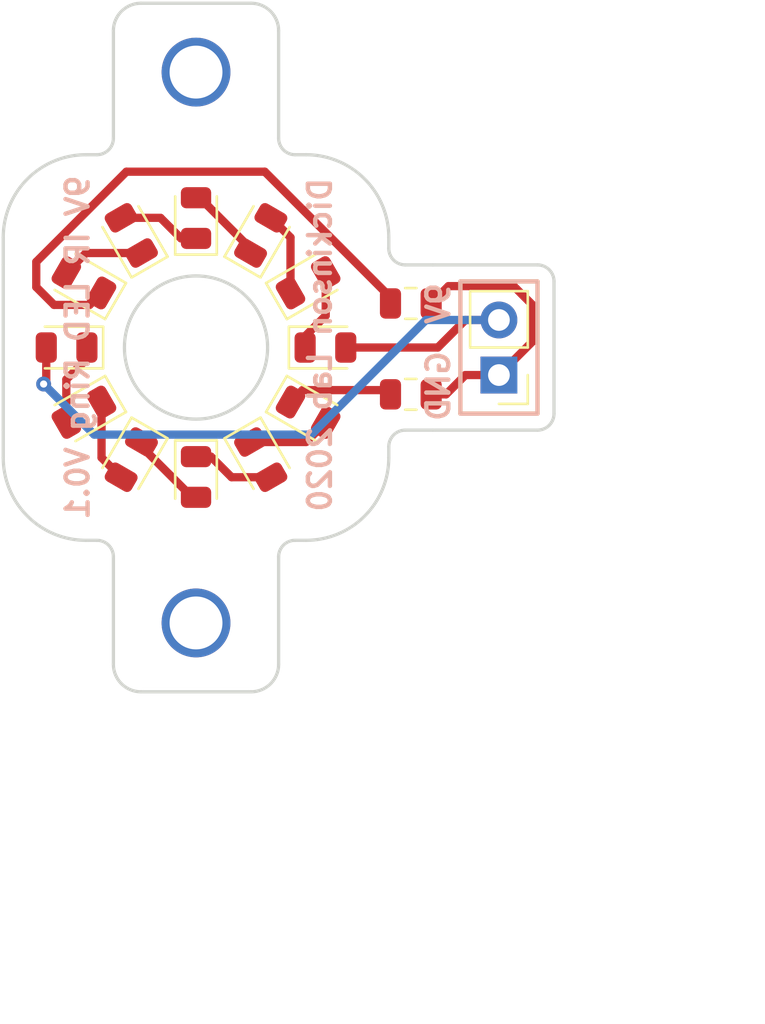
<source format=kicad_pcb>
(kicad_pcb (version 20171130) (host pcbnew 5.1.7-a382d34a8~87~ubuntu18.04.1)

  (general
    (thickness 1.6)
    (drawings 51)
    (tracks 55)
    (zones 0)
    (modules 17)
    (nets 15)
  )

  (page A4)
  (layers
    (0 F.Cu signal)
    (31 B.Cu signal)
    (32 B.Adhes user)
    (33 F.Adhes user)
    (34 B.Paste user)
    (35 F.Paste user)
    (36 B.SilkS user)
    (37 F.SilkS user)
    (38 B.Mask user)
    (39 F.Mask user)
    (40 Dwgs.User user)
    (41 Cmts.User user)
    (42 Eco1.User user)
    (43 Eco2.User user)
    (44 Edge.Cuts user)
    (45 Margin user)
    (46 B.CrtYd user)
    (47 F.CrtYd user)
    (48 B.Fab user)
    (49 F.Fab user)
  )

  (setup
    (last_trace_width 0.381)
    (trace_clearance 0.508)
    (zone_clearance 0.508)
    (zone_45_only no)
    (trace_min 0.1524)
    (via_size 0.6858)
    (via_drill 0.3302)
    (via_min_size 0.6858)
    (via_min_drill 0.3302)
    (uvia_size 0.6858)
    (uvia_drill 0.3302)
    (uvias_allowed no)
    (uvia_min_size 0)
    (uvia_min_drill 0)
    (edge_width 0.15)
    (segment_width 0.2)
    (pcb_text_width 0.3)
    (pcb_text_size 1.5 1.5)
    (mod_edge_width 0.15)
    (mod_text_size 1 1)
    (mod_text_width 0.15)
    (pad_size 1.524 1.524)
    (pad_drill 0.762)
    (pad_to_mask_clearance 0.2)
    (solder_mask_min_width 0.25)
    (aux_axis_origin 0 0)
    (visible_elements FFFFFF7F)
    (pcbplotparams
      (layerselection 0x010fc_ffffffff)
      (usegerberextensions false)
      (usegerberattributes false)
      (usegerberadvancedattributes false)
      (creategerberjobfile false)
      (excludeedgelayer true)
      (linewidth 0.100000)
      (plotframeref false)
      (viasonmask false)
      (mode 1)
      (useauxorigin false)
      (hpglpennumber 1)
      (hpglpenspeed 20)
      (hpglpendiameter 15.000000)
      (psnegative false)
      (psa4output false)
      (plotreference true)
      (plotvalue true)
      (plotinvisibletext false)
      (padsonsilk false)
      (subtractmaskfromsilk false)
      (outputformat 1)
      (mirror false)
      (drillshape 0)
      (scaleselection 1)
      (outputdirectory "gerber_v0p1/"))
  )

  (net 0 "")
  (net 1 "Net-(D1-Pad1)")
  (net 2 "Net-(D1-Pad2)")
  (net 3 "Net-(D2-Pad1)")
  (net 4 "Net-(D3-Pad1)")
  (net 5 "Net-(D4-Pad1)")
  (net 6 "Net-(D5-Pad1)")
  (net 7 "Net-(D6-Pad1)")
  (net 8 "Net-(D7-Pad1)")
  (net 9 "Net-(D8-Pad1)")
  (net 10 "Net-(D10-Pad2)")
  (net 11 "Net-(D10-Pad1)")
  (net 12 "Net-(D11-Pad1)")
  (net 13 GND)
  (net 14 "Net-(D12-Pad1)")

  (net_class Default "This is the default net class."
    (clearance 0.508)
    (trace_width 0.381)
    (via_dia 0.6858)
    (via_drill 0.3302)
    (uvia_dia 0.6858)
    (uvia_drill 0.3302)
    (add_net GND)
    (add_net "Net-(D1-Pad1)")
    (add_net "Net-(D1-Pad2)")
    (add_net "Net-(D10-Pad1)")
    (add_net "Net-(D10-Pad2)")
    (add_net "Net-(D11-Pad1)")
    (add_net "Net-(D12-Pad1)")
    (add_net "Net-(D2-Pad1)")
    (add_net "Net-(D3-Pad1)")
    (add_net "Net-(D4-Pad1)")
    (add_net "Net-(D5-Pad1)")
    (add_net "Net-(D6-Pad1)")
    (add_net "Net-(D7-Pad1)")
    (add_net "Net-(D8-Pad1)")
  )

  (module Pin_Headers:Pin_Header_Straight_1x02_Pitch2.54mm (layer F.Cu) (tedit 5F90C044) (tstamp 5B08B2F7)
    (at 64.77 52.07 180)
    (descr "Through hole straight pin header, 1x02, 2.54mm pitch, single row")
    (tags "Through hole pin header THT 1x02 2.54mm single row")
    (path /5B08A20D)
    (fp_text reference J1 (at 2.794 1.27 180) (layer F.SilkS) hide
      (effects (font (size 1 1) (thickness 0.15)))
    )
    (fp_text value Conn_01x02 (at 0 4.87 180) (layer F.Fab) hide
      (effects (font (size 1 1) (thickness 0.15)))
    )
    (fp_line (start 1.8 -1.8) (end -1.8 -1.8) (layer F.CrtYd) (width 0.05))
    (fp_line (start 1.8 4.35) (end 1.8 -1.8) (layer F.CrtYd) (width 0.05))
    (fp_line (start -1.8 4.35) (end 1.8 4.35) (layer F.CrtYd) (width 0.05))
    (fp_line (start -1.8 -1.8) (end -1.8 4.35) (layer F.CrtYd) (width 0.05))
    (fp_line (start -1.33 -1.33) (end 0 -1.33) (layer F.SilkS) (width 0.12))
    (fp_line (start -1.33 0) (end -1.33 -1.33) (layer F.SilkS) (width 0.12))
    (fp_line (start -1.33 1.27) (end 1.33 1.27) (layer F.SilkS) (width 0.12))
    (fp_line (start 1.33 1.27) (end 1.33 3.87) (layer F.SilkS) (width 0.12))
    (fp_line (start -1.33 1.27) (end -1.33 3.87) (layer F.SilkS) (width 0.12))
    (fp_line (start -1.33 3.87) (end 1.33 3.87) (layer F.SilkS) (width 0.12))
    (fp_line (start -1.27 -0.635) (end -0.635 -1.27) (layer F.Fab) (width 0.1))
    (fp_line (start -1.27 3.81) (end -1.27 -0.635) (layer F.Fab) (width 0.1))
    (fp_line (start 1.27 3.81) (end -1.27 3.81) (layer F.Fab) (width 0.1))
    (fp_line (start 1.27 -1.27) (end 1.27 3.81) (layer F.Fab) (width 0.1))
    (fp_line (start -0.635 -1.27) (end 1.27 -1.27) (layer F.Fab) (width 0.1))
    (fp_text user %R (at 0 1.27 270) (layer F.Fab) hide
      (effects (font (size 1 1) (thickness 0.15)))
    )
    (pad 1 thru_hole rect (at 0 0 180) (size 1.7 1.7) (drill 1) (layers *.Cu *.Mask)
      (net 13 GND))
    (pad 2 thru_hole oval (at 0 2.54 180) (size 1.7 1.7) (drill 1) (layers *.Cu *.Mask)
      (net 2 "Net-(D1-Pad2)"))
    (model ${KISYS3DMOD}/Pin_Headers.3dshapes/Pin_Header_Straight_1x02_Pitch2.54mm.wrl
      (at (xyz 0 0 0))
      (scale (xyz 1 1 1))
      (rotate (xyz 0 0 0))
    )
  )

  (module mount_hole_4-40:MOUNT_HOLE_4-40 (layer F.Cu) (tedit 5B1174AD) (tstamp 5B119119)
    (at 50.8 38.1)
    (fp_text reference M1 (at 0 2.54) (layer F.SilkS) hide
      (effects (font (size 1.016 1.016) (thickness 0.2032)))
    )
    (fp_text value MOUNT_HOLE_4-40 (at 0 -2.794) (layer F.Fab) hide
      (effects (font (size 1.016 1.016) (thickness 0.2032)))
    )
    (pad 1 thru_hole circle (at 0 0) (size 3.175 3.175) (drill 2.4384) (layers *.Cu *.Mask))
  )

  (module mount_hole_4-40:MOUNT_HOLE_4-40 (layer F.Cu) (tedit 5B1174B8) (tstamp 5B11912A)
    (at 50.8 63.5)
    (fp_text reference M2 (at 0 2.54) (layer F.SilkS) hide
      (effects (font (size 1.016 1.016) (thickness 0.2032)))
    )
    (fp_text value MOUNT_HOLE_4-40 (at 0 -2.794) (layer F.Fab) hide
      (effects (font (size 1.016 1.016) (thickness 0.2032)))
    )
    (pad 1 thru_hole circle (at 0 0) (size 3.175 3.175) (drill 2.4384) (layers *.Cu *.Mask))
  )

  (module Resistor_SMD:R_0805_2012Metric (layer F.Cu) (tedit 5F90C032) (tstamp 5F9D2F21)
    (at 60.706 52.959 180)
    (descr "Resistor SMD 0805 (2012 Metric), square (rectangular) end terminal, IPC_7351 nominal, (Body size source: https://docs.google.com/spreadsheets/d/1BsfQQcO9C6DZCsRaXUlFlo91Tg2WpOkGARC1WS5S8t0/edit?usp=sharing), generated with kicad-footprint-generator")
    (tags resistor)
    (path /5F90D952)
    (attr smd)
    (fp_text reference R1 (at 0 -1.65 180) (layer F.SilkS) hide
      (effects (font (size 1 1) (thickness 0.15)))
    )
    (fp_text value 75 (at 0 1.65 180) (layer F.Fab) hide
      (effects (font (size 1 1) (thickness 0.15)))
    )
    (fp_line (start 1.68 0.95) (end -1.68 0.95) (layer F.CrtYd) (width 0.05))
    (fp_line (start 1.68 -0.95) (end 1.68 0.95) (layer F.CrtYd) (width 0.05))
    (fp_line (start -1.68 -0.95) (end 1.68 -0.95) (layer F.CrtYd) (width 0.05))
    (fp_line (start -1.68 0.95) (end -1.68 -0.95) (layer F.CrtYd) (width 0.05))
    (fp_line (start -0.258578 0.71) (end 0.258578 0.71) (layer F.SilkS) (width 0.12))
    (fp_line (start -0.258578 -0.71) (end 0.258578 -0.71) (layer F.SilkS) (width 0.12))
    (fp_line (start 1 0.6) (end -1 0.6) (layer F.Fab) (width 0.1))
    (fp_line (start 1 -0.6) (end 1 0.6) (layer F.Fab) (width 0.1))
    (fp_line (start -1 -0.6) (end 1 -0.6) (layer F.Fab) (width 0.1))
    (fp_line (start -1 0.6) (end -1 -0.6) (layer F.Fab) (width 0.1))
    (fp_text user %R (at 0 0 180) (layer F.Fab)
      (effects (font (size 0.5 0.5) (thickness 0.08)))
    )
    (pad 1 smd roundrect (at -0.9375 0 180) (size 0.975 1.4) (layers F.Cu F.Paste F.Mask) (roundrect_rratio 0.25)
      (net 13 GND))
    (pad 2 smd roundrect (at 0.9375 0 180) (size 0.975 1.4) (layers F.Cu F.Paste F.Mask) (roundrect_rratio 0.25)
      (net 14 "Net-(D12-Pad1)"))
    (model ${KISYS3DMOD}/Resistor_SMD.3dshapes/R_0805_2012Metric.wrl
      (at (xyz 0 0 0))
      (scale (xyz 1 1 1))
      (rotate (xyz 0 0 0))
    )
  )

  (module Resistor_SMD:R_0805_2012Metric (layer F.Cu) (tedit 5F90C01A) (tstamp 5F9D2A50)
    (at 60.706 48.768 180)
    (descr "Resistor SMD 0805 (2012 Metric), square (rectangular) end terminal, IPC_7351 nominal, (Body size source: https://docs.google.com/spreadsheets/d/1BsfQQcO9C6DZCsRaXUlFlo91Tg2WpOkGARC1WS5S8t0/edit?usp=sharing), generated with kicad-footprint-generator")
    (tags resistor)
    (path /5F90DAAD)
    (attr smd)
    (fp_text reference R2 (at 0 -1.65 180) (layer F.SilkS) hide
      (effects (font (size 1 1) (thickness 0.15)))
    )
    (fp_text value 75 (at 0 1.65 180) (layer F.Fab) hide
      (effects (font (size 1 1) (thickness 0.15)))
    )
    (fp_line (start -1 0.6) (end -1 -0.6) (layer F.Fab) (width 0.1))
    (fp_line (start -1 -0.6) (end 1 -0.6) (layer F.Fab) (width 0.1))
    (fp_line (start 1 -0.6) (end 1 0.6) (layer F.Fab) (width 0.1))
    (fp_line (start 1 0.6) (end -1 0.6) (layer F.Fab) (width 0.1))
    (fp_line (start -0.258578 -0.71) (end 0.258578 -0.71) (layer F.SilkS) (width 0.12))
    (fp_line (start -0.258578 0.71) (end 0.258578 0.71) (layer F.SilkS) (width 0.12))
    (fp_line (start -1.68 0.95) (end -1.68 -0.95) (layer F.CrtYd) (width 0.05))
    (fp_line (start -1.68 -0.95) (end 1.68 -0.95) (layer F.CrtYd) (width 0.05))
    (fp_line (start 1.68 -0.95) (end 1.68 0.95) (layer F.CrtYd) (width 0.05))
    (fp_line (start 1.68 0.95) (end -1.68 0.95) (layer F.CrtYd) (width 0.05))
    (fp_text user %R (at 0 0 180) (layer F.Fab)
      (effects (font (size 0.5 0.5) (thickness 0.08)))
    )
    (pad 2 smd roundrect (at 0.9375 0 180) (size 0.975 1.4) (layers F.Cu F.Paste F.Mask) (roundrect_rratio 0.25)
      (net 7 "Net-(D6-Pad1)"))
    (pad 1 smd roundrect (at -0.9375 0 180) (size 0.975 1.4) (layers F.Cu F.Paste F.Mask) (roundrect_rratio 0.25)
      (net 13 GND))
    (model ${KISYS3DMOD}/Resistor_SMD.3dshapes/R_0805_2012Metric.wrl
      (at (xyz 0 0 0))
      (scale (xyz 1 1 1))
      (rotate (xyz 0 0 0))
    )
  )

  (module LED_SMD:LED_0805_2012Metric (layer F.Cu) (tedit 5F90C160) (tstamp 5F9D2C4E)
    (at 56.769 50.8)
    (descr "LED SMD 0805 (2012 Metric), square (rectangular) end terminal, IPC_7351 nominal, (Body size source: https://docs.google.com/spreadsheets/d/1BsfQQcO9C6DZCsRaXUlFlo91Tg2WpOkGARC1WS5S8t0/edit?usp=sharing), generated with kicad-footprint-generator")
    (tags diode)
    (path /5B089FC0)
    (attr smd)
    (fp_text reference D1 (at 0 -1.65) (layer F.SilkS) hide
      (effects (font (size 1 1) (thickness 0.15)))
    )
    (fp_text value LED (at 0 1.65) (layer F.Fab) hide
      (effects (font (size 1 1) (thickness 0.15)))
    )
    (fp_line (start 1.68 0.95) (end -1.68 0.95) (layer F.CrtYd) (width 0.05))
    (fp_line (start 1.68 -0.95) (end 1.68 0.95) (layer F.CrtYd) (width 0.05))
    (fp_line (start -1.68 -0.95) (end 1.68 -0.95) (layer F.CrtYd) (width 0.05))
    (fp_line (start -1.68 0.95) (end -1.68 -0.95) (layer F.CrtYd) (width 0.05))
    (fp_line (start -1.685 0.96) (end 1 0.96) (layer F.SilkS) (width 0.12))
    (fp_line (start -1.685 -0.96) (end -1.685 0.96) (layer F.SilkS) (width 0.12))
    (fp_line (start 1 -0.96) (end -1.685 -0.96) (layer F.SilkS) (width 0.12))
    (fp_line (start 1 0.6) (end 1 -0.6) (layer F.Fab) (width 0.1))
    (fp_line (start -1 0.6) (end 1 0.6) (layer F.Fab) (width 0.1))
    (fp_line (start -1 -0.3) (end -1 0.6) (layer F.Fab) (width 0.1))
    (fp_line (start -0.7 -0.6) (end -1 -0.3) (layer F.Fab) (width 0.1))
    (fp_line (start 1 -0.6) (end -0.7 -0.6) (layer F.Fab) (width 0.1))
    (fp_text user %R (at 0 0) (layer F.Fab)
      (effects (font (size 0.5 0.5) (thickness 0.08)))
    )
    (pad 1 smd roundrect (at -0.9375 0) (size 0.975 1.4) (layers F.Cu F.Paste F.Mask) (roundrect_rratio 0.25)
      (net 1 "Net-(D1-Pad1)"))
    (pad 2 smd roundrect (at 0.9375 0) (size 0.975 1.4) (layers F.Cu F.Paste F.Mask) (roundrect_rratio 0.25)
      (net 2 "Net-(D1-Pad2)"))
    (model ${KISYS3DMOD}/LED_SMD.3dshapes/LED_0805_2012Metric.wrl
      (at (xyz 0 0 0))
      (scale (xyz 1 1 1))
      (rotate (xyz 0 0 0))
    )
  )

  (module LED_SMD:LED_0805_2012Metric (layer F.Cu) (tedit 5F90C08A) (tstamp 5F9D2C60)
    (at 55.9693 47.8155 30)
    (descr "LED SMD 0805 (2012 Metric), square (rectangular) end terminal, IPC_7351 nominal, (Body size source: https://docs.google.com/spreadsheets/d/1BsfQQcO9C6DZCsRaXUlFlo91Tg2WpOkGARC1WS5S8t0/edit?usp=sharing), generated with kicad-footprint-generator")
    (tags diode)
    (path /5B08B467)
    (attr smd)
    (fp_text reference D2 (at 0 -1.65 30) (layer F.SilkS) hide
      (effects (font (size 1 1) (thickness 0.15)))
    )
    (fp_text value LED (at 0 1.65 30) (layer F.Fab) hide
      (effects (font (size 1 1) (thickness 0.15)))
    )
    (fp_line (start 1 -0.6) (end -0.7 -0.6) (layer F.Fab) (width 0.1))
    (fp_line (start -0.7 -0.6) (end -1 -0.3) (layer F.Fab) (width 0.1))
    (fp_line (start -1 -0.3) (end -1 0.6) (layer F.Fab) (width 0.1))
    (fp_line (start -1 0.6) (end 1 0.6) (layer F.Fab) (width 0.1))
    (fp_line (start 1 0.6) (end 1 -0.6) (layer F.Fab) (width 0.1))
    (fp_line (start 1 -0.96) (end -1.685 -0.96) (layer F.SilkS) (width 0.12))
    (fp_line (start -1.685 -0.96) (end -1.685 0.96) (layer F.SilkS) (width 0.12))
    (fp_line (start -1.685 0.96) (end 1 0.96) (layer F.SilkS) (width 0.12))
    (fp_line (start -1.68 0.95) (end -1.68 -0.95) (layer F.CrtYd) (width 0.05))
    (fp_line (start -1.68 -0.95) (end 1.68 -0.95) (layer F.CrtYd) (width 0.05))
    (fp_line (start 1.68 -0.95) (end 1.68 0.95) (layer F.CrtYd) (width 0.05))
    (fp_line (start 1.68 0.95) (end -1.68 0.95) (layer F.CrtYd) (width 0.05))
    (fp_text user %R (at 0 0 30) (layer F.Fab)
      (effects (font (size 0.5 0.5) (thickness 0.08)))
    )
    (pad 2 smd roundrect (at 0.9375 0 30) (size 0.975 1.4) (layers F.Cu F.Paste F.Mask) (roundrect_rratio 0.25)
      (net 1 "Net-(D1-Pad1)"))
    (pad 1 smd roundrect (at -0.9375 0 30) (size 0.975 1.4) (layers F.Cu F.Paste F.Mask) (roundrect_rratio 0.25)
      (net 3 "Net-(D2-Pad1)"))
    (model ${KISYS3DMOD}/LED_SMD.3dshapes/LED_0805_2012Metric.wrl
      (at (xyz 0 0 0))
      (scale (xyz 1 1 1))
      (rotate (xyz 0 0 0))
    )
  )

  (module LED_SMD:LED_0805_2012Metric (layer F.Cu) (tedit 5F90C0A1) (tstamp 5F9D2C72)
    (at 53.7845 45.6307 60)
    (descr "LED SMD 0805 (2012 Metric), square (rectangular) end terminal, IPC_7351 nominal, (Body size source: https://docs.google.com/spreadsheets/d/1BsfQQcO9C6DZCsRaXUlFlo91Tg2WpOkGARC1WS5S8t0/edit?usp=sharing), generated with kicad-footprint-generator")
    (tags diode)
    (path /5B08B4C1)
    (attr smd)
    (fp_text reference D3 (at 0 -1.65 60) (layer F.SilkS) hide
      (effects (font (size 1 1) (thickness 0.15)))
    )
    (fp_text value LED (at 0 1.65 60) (layer F.Fab) hide
      (effects (font (size 1 1) (thickness 0.15)))
    )
    (fp_line (start 1.68 0.95) (end -1.68 0.95) (layer F.CrtYd) (width 0.05))
    (fp_line (start 1.68 -0.95) (end 1.68 0.95) (layer F.CrtYd) (width 0.05))
    (fp_line (start -1.68 -0.95) (end 1.68 -0.95) (layer F.CrtYd) (width 0.05))
    (fp_line (start -1.68 0.95) (end -1.68 -0.95) (layer F.CrtYd) (width 0.05))
    (fp_line (start -1.685 0.96) (end 1 0.96) (layer F.SilkS) (width 0.12))
    (fp_line (start -1.685 -0.96) (end -1.685 0.96) (layer F.SilkS) (width 0.12))
    (fp_line (start 1 -0.96) (end -1.685 -0.96) (layer F.SilkS) (width 0.12))
    (fp_line (start 1 0.6) (end 1 -0.6) (layer F.Fab) (width 0.1))
    (fp_line (start -1 0.6) (end 1 0.6) (layer F.Fab) (width 0.1))
    (fp_line (start -1 -0.3) (end -1 0.6) (layer F.Fab) (width 0.1))
    (fp_line (start -0.7 -0.6) (end -1 -0.3) (layer F.Fab) (width 0.1))
    (fp_line (start 1 -0.6) (end -0.7 -0.6) (layer F.Fab) (width 0.1))
    (fp_text user %R (at 0 0 60) (layer F.Fab)
      (effects (font (size 0.5 0.5) (thickness 0.08)))
    )
    (pad 1 smd roundrect (at -0.9375 0 60) (size 0.975 1.4) (layers F.Cu F.Paste F.Mask) (roundrect_rratio 0.25)
      (net 4 "Net-(D3-Pad1)"))
    (pad 2 smd roundrect (at 0.9375 0 60) (size 0.975 1.4) (layers F.Cu F.Paste F.Mask) (roundrect_rratio 0.25)
      (net 3 "Net-(D2-Pad1)"))
    (model ${KISYS3DMOD}/LED_SMD.3dshapes/LED_0805_2012Metric.wrl
      (at (xyz 0 0 0))
      (scale (xyz 1 1 1))
      (rotate (xyz 0 0 0))
    )
  )

  (module LED_SMD:LED_0805_2012Metric (layer F.Cu) (tedit 5F90C0C2) (tstamp 5F9D2C84)
    (at 50.8 44.831 90)
    (descr "LED SMD 0805 (2012 Metric), square (rectangular) end terminal, IPC_7351 nominal, (Body size source: https://docs.google.com/spreadsheets/d/1BsfQQcO9C6DZCsRaXUlFlo91Tg2WpOkGARC1WS5S8t0/edit?usp=sharing), generated with kicad-footprint-generator")
    (tags diode)
    (path /5B08B4C7)
    (attr smd)
    (fp_text reference D4 (at 0 -1.65 90) (layer F.SilkS) hide
      (effects (font (size 1 1) (thickness 0.15)))
    )
    (fp_text value LED (at 0 1.65 90) (layer F.Fab) hide
      (effects (font (size 1 1) (thickness 0.15)))
    )
    (fp_line (start 1 -0.6) (end -0.7 -0.6) (layer F.Fab) (width 0.1))
    (fp_line (start -0.7 -0.6) (end -1 -0.3) (layer F.Fab) (width 0.1))
    (fp_line (start -1 -0.3) (end -1 0.6) (layer F.Fab) (width 0.1))
    (fp_line (start -1 0.6) (end 1 0.6) (layer F.Fab) (width 0.1))
    (fp_line (start 1 0.6) (end 1 -0.6) (layer F.Fab) (width 0.1))
    (fp_line (start 1 -0.96) (end -1.685 -0.96) (layer F.SilkS) (width 0.12))
    (fp_line (start -1.685 -0.96) (end -1.685 0.96) (layer F.SilkS) (width 0.12))
    (fp_line (start -1.685 0.96) (end 1 0.96) (layer F.SilkS) (width 0.12))
    (fp_line (start -1.68 0.95) (end -1.68 -0.95) (layer F.CrtYd) (width 0.05))
    (fp_line (start -1.68 -0.95) (end 1.68 -0.95) (layer F.CrtYd) (width 0.05))
    (fp_line (start 1.68 -0.95) (end 1.68 0.95) (layer F.CrtYd) (width 0.05))
    (fp_line (start 1.68 0.95) (end -1.68 0.95) (layer F.CrtYd) (width 0.05))
    (fp_text user %R (at 0 0 90) (layer F.Fab)
      (effects (font (size 0.5 0.5) (thickness 0.08)))
    )
    (pad 2 smd roundrect (at 0.9375 0 90) (size 0.975 1.4) (layers F.Cu F.Paste F.Mask) (roundrect_rratio 0.25)
      (net 4 "Net-(D3-Pad1)"))
    (pad 1 smd roundrect (at -0.9375 0 90) (size 0.975 1.4) (layers F.Cu F.Paste F.Mask) (roundrect_rratio 0.25)
      (net 5 "Net-(D4-Pad1)"))
    (model ${KISYS3DMOD}/LED_SMD.3dshapes/LED_0805_2012Metric.wrl
      (at (xyz 0 0 0))
      (scale (xyz 1 1 1))
      (rotate (xyz 0 0 0))
    )
  )

  (module LED_SMD:LED_0805_2012Metric (layer F.Cu) (tedit 5F90C0D2) (tstamp 5F9D2C96)
    (at 47.8155 45.6307 120)
    (descr "LED SMD 0805 (2012 Metric), square (rectangular) end terminal, IPC_7351 nominal, (Body size source: https://docs.google.com/spreadsheets/d/1BsfQQcO9C6DZCsRaXUlFlo91Tg2WpOkGARC1WS5S8t0/edit?usp=sharing), generated with kicad-footprint-generator")
    (tags diode)
    (path /5B08B749)
    (attr smd)
    (fp_text reference D5 (at 0 -1.65 120) (layer F.SilkS) hide
      (effects (font (size 1 1) (thickness 0.15)))
    )
    (fp_text value LED (at 0 1.65 120) (layer F.Fab) hide
      (effects (font (size 1 1) (thickness 0.15)))
    )
    (fp_line (start 1.68 0.95) (end -1.68 0.95) (layer F.CrtYd) (width 0.05))
    (fp_line (start 1.68 -0.95) (end 1.68 0.95) (layer F.CrtYd) (width 0.05))
    (fp_line (start -1.68 -0.95) (end 1.68 -0.95) (layer F.CrtYd) (width 0.05))
    (fp_line (start -1.68 0.95) (end -1.68 -0.95) (layer F.CrtYd) (width 0.05))
    (fp_line (start -1.685 0.96) (end 1 0.96) (layer F.SilkS) (width 0.12))
    (fp_line (start -1.685 -0.96) (end -1.685 0.96) (layer F.SilkS) (width 0.12))
    (fp_line (start 1 -0.96) (end -1.685 -0.96) (layer F.SilkS) (width 0.12))
    (fp_line (start 1 0.6) (end 1 -0.6) (layer F.Fab) (width 0.1))
    (fp_line (start -1 0.6) (end 1 0.6) (layer F.Fab) (width 0.1))
    (fp_line (start -1 -0.3) (end -1 0.6) (layer F.Fab) (width 0.1))
    (fp_line (start -0.7 -0.6) (end -1 -0.3) (layer F.Fab) (width 0.1))
    (fp_line (start 1 -0.6) (end -0.7 -0.6) (layer F.Fab) (width 0.1))
    (fp_text user %R (at 0 0 120) (layer F.Fab)
      (effects (font (size 0.5 0.5) (thickness 0.08)))
    )
    (pad 1 smd roundrect (at -0.9375 0 120) (size 0.975 1.4) (layers F.Cu F.Paste F.Mask) (roundrect_rratio 0.25)
      (net 6 "Net-(D5-Pad1)"))
    (pad 2 smd roundrect (at 0.9375 0 120) (size 0.975 1.4) (layers F.Cu F.Paste F.Mask) (roundrect_rratio 0.25)
      (net 5 "Net-(D4-Pad1)"))
    (model ${KISYS3DMOD}/LED_SMD.3dshapes/LED_0805_2012Metric.wrl
      (at (xyz 0 0 0))
      (scale (xyz 1 1 1))
      (rotate (xyz 0 0 0))
    )
  )

  (module LED_SMD:LED_0805_2012Metric (layer F.Cu) (tedit 5F90C0E3) (tstamp 5F9D2CA8)
    (at 45.6307 47.8155 150)
    (descr "LED SMD 0805 (2012 Metric), square (rectangular) end terminal, IPC_7351 nominal, (Body size source: https://docs.google.com/spreadsheets/d/1BsfQQcO9C6DZCsRaXUlFlo91Tg2WpOkGARC1WS5S8t0/edit?usp=sharing), generated with kicad-footprint-generator")
    (tags diode)
    (path /5B08B74F)
    (attr smd)
    (fp_text reference D6 (at 0 -1.65 150) (layer F.SilkS) hide
      (effects (font (size 1 1) (thickness 0.15)))
    )
    (fp_text value LED (at 0 1.65 150) (layer F.Fab) hide
      (effects (font (size 1 1) (thickness 0.15)))
    )
    (fp_line (start 1 -0.6) (end -0.7 -0.6) (layer F.Fab) (width 0.1))
    (fp_line (start -0.7 -0.6) (end -1 -0.3) (layer F.Fab) (width 0.1))
    (fp_line (start -1 -0.3) (end -1 0.6) (layer F.Fab) (width 0.1))
    (fp_line (start -1 0.6) (end 1 0.6) (layer F.Fab) (width 0.1))
    (fp_line (start 1 0.6) (end 1 -0.6) (layer F.Fab) (width 0.1))
    (fp_line (start 1 -0.96) (end -1.685 -0.96) (layer F.SilkS) (width 0.12))
    (fp_line (start -1.685 -0.96) (end -1.685 0.96) (layer F.SilkS) (width 0.12))
    (fp_line (start -1.685 0.96) (end 1 0.96) (layer F.SilkS) (width 0.12))
    (fp_line (start -1.68 0.95) (end -1.68 -0.95) (layer F.CrtYd) (width 0.05))
    (fp_line (start -1.68 -0.95) (end 1.68 -0.95) (layer F.CrtYd) (width 0.05))
    (fp_line (start 1.68 -0.95) (end 1.68 0.95) (layer F.CrtYd) (width 0.05))
    (fp_line (start 1.68 0.95) (end -1.68 0.95) (layer F.CrtYd) (width 0.05))
    (fp_text user %R (at 0 0 150) (layer F.Fab)
      (effects (font (size 0.5 0.5) (thickness 0.08)))
    )
    (pad 2 smd roundrect (at 0.9375 0 150) (size 0.975 1.4) (layers F.Cu F.Paste F.Mask) (roundrect_rratio 0.25)
      (net 6 "Net-(D5-Pad1)"))
    (pad 1 smd roundrect (at -0.9375 0 150) (size 0.975 1.4) (layers F.Cu F.Paste F.Mask) (roundrect_rratio 0.25)
      (net 7 "Net-(D6-Pad1)"))
    (model ${KISYS3DMOD}/LED_SMD.3dshapes/LED_0805_2012Metric.wrl
      (at (xyz 0 0 0))
      (scale (xyz 1 1 1))
      (rotate (xyz 0 0 0))
    )
  )

  (module LED_SMD:LED_0805_2012Metric (layer F.Cu) (tedit 5F90C108) (tstamp 5F9D2CBA)
    (at 44.831 50.8 180)
    (descr "LED SMD 0805 (2012 Metric), square (rectangular) end terminal, IPC_7351 nominal, (Body size source: https://docs.google.com/spreadsheets/d/1BsfQQcO9C6DZCsRaXUlFlo91Tg2WpOkGARC1WS5S8t0/edit?usp=sharing), generated with kicad-footprint-generator")
    (tags diode)
    (path /5B08B755)
    (attr smd)
    (fp_text reference D7 (at 0 -1.65 180) (layer F.SilkS) hide
      (effects (font (size 1 1) (thickness 0.15)))
    )
    (fp_text value LED (at 0 1.65 180) (layer F.Fab) hide
      (effects (font (size 1 1) (thickness 0.15)))
    )
    (fp_line (start 1.68 0.95) (end -1.68 0.95) (layer F.CrtYd) (width 0.05))
    (fp_line (start 1.68 -0.95) (end 1.68 0.95) (layer F.CrtYd) (width 0.05))
    (fp_line (start -1.68 -0.95) (end 1.68 -0.95) (layer F.CrtYd) (width 0.05))
    (fp_line (start -1.68 0.95) (end -1.68 -0.95) (layer F.CrtYd) (width 0.05))
    (fp_line (start -1.685 0.96) (end 1 0.96) (layer F.SilkS) (width 0.12))
    (fp_line (start -1.685 -0.96) (end -1.685 0.96) (layer F.SilkS) (width 0.12))
    (fp_line (start 1 -0.96) (end -1.685 -0.96) (layer F.SilkS) (width 0.12))
    (fp_line (start 1 0.6) (end 1 -0.6) (layer F.Fab) (width 0.1))
    (fp_line (start -1 0.6) (end 1 0.6) (layer F.Fab) (width 0.1))
    (fp_line (start -1 -0.3) (end -1 0.6) (layer F.Fab) (width 0.1))
    (fp_line (start -0.7 -0.6) (end -1 -0.3) (layer F.Fab) (width 0.1))
    (fp_line (start 1 -0.6) (end -0.7 -0.6) (layer F.Fab) (width 0.1))
    (fp_text user %R (at 0 0 180) (layer F.Fab)
      (effects (font (size 0.5 0.5) (thickness 0.08)))
    )
    (pad 1 smd roundrect (at -0.9375 0 180) (size 0.975 1.4) (layers F.Cu F.Paste F.Mask) (roundrect_rratio 0.25)
      (net 8 "Net-(D7-Pad1)"))
    (pad 2 smd roundrect (at 0.9375 0 180) (size 0.975 1.4) (layers F.Cu F.Paste F.Mask) (roundrect_rratio 0.25)
      (net 2 "Net-(D1-Pad2)"))
    (model ${KISYS3DMOD}/LED_SMD.3dshapes/LED_0805_2012Metric.wrl
      (at (xyz 0 0 0))
      (scale (xyz 1 1 1))
      (rotate (xyz 0 0 0))
    )
  )

  (module LED_SMD:LED_0805_2012Metric (layer F.Cu) (tedit 5F90C115) (tstamp 5F9D2CCC)
    (at 45.6307 53.7845 210)
    (descr "LED SMD 0805 (2012 Metric), square (rectangular) end terminal, IPC_7351 nominal, (Body size source: https://docs.google.com/spreadsheets/d/1BsfQQcO9C6DZCsRaXUlFlo91Tg2WpOkGARC1WS5S8t0/edit?usp=sharing), generated with kicad-footprint-generator")
    (tags diode)
    (path /5B08B75B)
    (attr smd)
    (fp_text reference D8 (at 0 -1.65 210) (layer F.SilkS) hide
      (effects (font (size 1 1) (thickness 0.15)))
    )
    (fp_text value LED (at 0 1.65 210) (layer F.Fab) hide
      (effects (font (size 1 1) (thickness 0.15)))
    )
    (fp_line (start 1 -0.6) (end -0.7 -0.6) (layer F.Fab) (width 0.1))
    (fp_line (start -0.7 -0.6) (end -1 -0.3) (layer F.Fab) (width 0.1))
    (fp_line (start -1 -0.3) (end -1 0.6) (layer F.Fab) (width 0.1))
    (fp_line (start -1 0.6) (end 1 0.6) (layer F.Fab) (width 0.1))
    (fp_line (start 1 0.6) (end 1 -0.6) (layer F.Fab) (width 0.1))
    (fp_line (start 1 -0.96) (end -1.685 -0.96) (layer F.SilkS) (width 0.12))
    (fp_line (start -1.685 -0.96) (end -1.685 0.96) (layer F.SilkS) (width 0.12))
    (fp_line (start -1.685 0.96) (end 1 0.96) (layer F.SilkS) (width 0.12))
    (fp_line (start -1.68 0.95) (end -1.68 -0.95) (layer F.CrtYd) (width 0.05))
    (fp_line (start -1.68 -0.95) (end 1.68 -0.95) (layer F.CrtYd) (width 0.05))
    (fp_line (start 1.68 -0.95) (end 1.68 0.95) (layer F.CrtYd) (width 0.05))
    (fp_line (start 1.68 0.95) (end -1.68 0.95) (layer F.CrtYd) (width 0.05))
    (fp_text user %R (at 0 0 210) (layer F.Fab)
      (effects (font (size 0.5 0.5) (thickness 0.08)))
    )
    (pad 2 smd roundrect (at 0.9375 0 210) (size 0.975 1.4) (layers F.Cu F.Paste F.Mask) (roundrect_rratio 0.25)
      (net 8 "Net-(D7-Pad1)"))
    (pad 1 smd roundrect (at -0.9375 0 210) (size 0.975 1.4) (layers F.Cu F.Paste F.Mask) (roundrect_rratio 0.25)
      (net 9 "Net-(D8-Pad1)"))
    (model ${KISYS3DMOD}/LED_SMD.3dshapes/LED_0805_2012Metric.wrl
      (at (xyz 0 0 0))
      (scale (xyz 1 1 1))
      (rotate (xyz 0 0 0))
    )
  )

  (module LED_SMD:LED_0805_2012Metric (layer F.Cu) (tedit 5F90C12F) (tstamp 5F9D2CDE)
    (at 47.8155 55.9693 240)
    (descr "LED SMD 0805 (2012 Metric), square (rectangular) end terminal, IPC_7351 nominal, (Body size source: https://docs.google.com/spreadsheets/d/1BsfQQcO9C6DZCsRaXUlFlo91Tg2WpOkGARC1WS5S8t0/edit?usp=sharing), generated with kicad-footprint-generator")
    (tags diode)
    (path /5B08B9F6)
    (attr smd)
    (fp_text reference D9 (at 0 -1.65 240) (layer F.SilkS) hide
      (effects (font (size 1 1) (thickness 0.15)))
    )
    (fp_text value LED (at 0 1.65 240) (layer F.Fab) hide
      (effects (font (size 1 1) (thickness 0.15)))
    )
    (fp_line (start 1.68 0.95) (end -1.68 0.95) (layer F.CrtYd) (width 0.05))
    (fp_line (start 1.68 -0.95) (end 1.68 0.95) (layer F.CrtYd) (width 0.05))
    (fp_line (start -1.68 -0.95) (end 1.68 -0.95) (layer F.CrtYd) (width 0.05))
    (fp_line (start -1.68 0.95) (end -1.68 -0.95) (layer F.CrtYd) (width 0.05))
    (fp_line (start -1.685 0.96) (end 1 0.96) (layer F.SilkS) (width 0.12))
    (fp_line (start -1.685 -0.96) (end -1.685 0.96) (layer F.SilkS) (width 0.12))
    (fp_line (start 1 -0.96) (end -1.685 -0.96) (layer F.SilkS) (width 0.12))
    (fp_line (start 1 0.6) (end 1 -0.6) (layer F.Fab) (width 0.1))
    (fp_line (start -1 0.6) (end 1 0.6) (layer F.Fab) (width 0.1))
    (fp_line (start -1 -0.3) (end -1 0.6) (layer F.Fab) (width 0.1))
    (fp_line (start -0.7 -0.6) (end -1 -0.3) (layer F.Fab) (width 0.1))
    (fp_line (start 1 -0.6) (end -0.7 -0.6) (layer F.Fab) (width 0.1))
    (fp_text user %R (at 0 0 240) (layer F.Fab)
      (effects (font (size 0.5 0.5) (thickness 0.08)))
    )
    (pad 1 smd roundrect (at -0.9375 0 240) (size 0.975 1.4) (layers F.Cu F.Paste F.Mask) (roundrect_rratio 0.25)
      (net 10 "Net-(D10-Pad2)"))
    (pad 2 smd roundrect (at 0.9375 0 240) (size 0.975 1.4) (layers F.Cu F.Paste F.Mask) (roundrect_rratio 0.25)
      (net 9 "Net-(D8-Pad1)"))
    (model ${KISYS3DMOD}/LED_SMD.3dshapes/LED_0805_2012Metric.wrl
      (at (xyz 0 0 0))
      (scale (xyz 1 1 1))
      (rotate (xyz 0 0 0))
    )
  )

  (module LED_SMD:LED_0805_2012Metric (layer F.Cu) (tedit 5F90C13D) (tstamp 5F9D2CF0)
    (at 50.8 56.769 270)
    (descr "LED SMD 0805 (2012 Metric), square (rectangular) end terminal, IPC_7351 nominal, (Body size source: https://docs.google.com/spreadsheets/d/1BsfQQcO9C6DZCsRaXUlFlo91Tg2WpOkGARC1WS5S8t0/edit?usp=sharing), generated with kicad-footprint-generator")
    (tags diode)
    (path /5B08B9FC)
    (attr smd)
    (fp_text reference D10 (at 0 -1.65 270) (layer F.SilkS) hide
      (effects (font (size 1 1) (thickness 0.15)))
    )
    (fp_text value LED (at 0 1.65 270) (layer F.Fab) hide
      (effects (font (size 1 1) (thickness 0.15)))
    )
    (fp_line (start 1 -0.6) (end -0.7 -0.6) (layer F.Fab) (width 0.1))
    (fp_line (start -0.7 -0.6) (end -1 -0.3) (layer F.Fab) (width 0.1))
    (fp_line (start -1 -0.3) (end -1 0.6) (layer F.Fab) (width 0.1))
    (fp_line (start -1 0.6) (end 1 0.6) (layer F.Fab) (width 0.1))
    (fp_line (start 1 0.6) (end 1 -0.6) (layer F.Fab) (width 0.1))
    (fp_line (start 1 -0.96) (end -1.685 -0.96) (layer F.SilkS) (width 0.12))
    (fp_line (start -1.685 -0.96) (end -1.685 0.96) (layer F.SilkS) (width 0.12))
    (fp_line (start -1.685 0.96) (end 1 0.96) (layer F.SilkS) (width 0.12))
    (fp_line (start -1.68 0.95) (end -1.68 -0.95) (layer F.CrtYd) (width 0.05))
    (fp_line (start -1.68 -0.95) (end 1.68 -0.95) (layer F.CrtYd) (width 0.05))
    (fp_line (start 1.68 -0.95) (end 1.68 0.95) (layer F.CrtYd) (width 0.05))
    (fp_line (start 1.68 0.95) (end -1.68 0.95) (layer F.CrtYd) (width 0.05))
    (fp_text user %R (at 0 0 270) (layer F.Fab)
      (effects (font (size 0.5 0.5) (thickness 0.08)))
    )
    (pad 2 smd roundrect (at 0.9375 0 270) (size 0.975 1.4) (layers F.Cu F.Paste F.Mask) (roundrect_rratio 0.25)
      (net 10 "Net-(D10-Pad2)"))
    (pad 1 smd roundrect (at -0.9375 0 270) (size 0.975 1.4) (layers F.Cu F.Paste F.Mask) (roundrect_rratio 0.25)
      (net 11 "Net-(D10-Pad1)"))
    (model ${KISYS3DMOD}/LED_SMD.3dshapes/LED_0805_2012Metric.wrl
      (at (xyz 0 0 0))
      (scale (xyz 1 1 1))
      (rotate (xyz 0 0 0))
    )
  )

  (module LED_SMD:LED_0805_2012Metric (layer F.Cu) (tedit 5F90C147) (tstamp 5F9D2D02)
    (at 53.7845 55.9693 300)
    (descr "LED SMD 0805 (2012 Metric), square (rectangular) end terminal, IPC_7351 nominal, (Body size source: https://docs.google.com/spreadsheets/d/1BsfQQcO9C6DZCsRaXUlFlo91Tg2WpOkGARC1WS5S8t0/edit?usp=sharing), generated with kicad-footprint-generator")
    (tags diode)
    (path /5B08BA02)
    (attr smd)
    (fp_text reference D11 (at 0 -1.65 300) (layer F.SilkS) hide
      (effects (font (size 1 1) (thickness 0.15)))
    )
    (fp_text value LED (at 0 1.65 300) (layer F.Fab) hide
      (effects (font (size 1 1) (thickness 0.15)))
    )
    (fp_line (start 1.68 0.95) (end -1.68 0.95) (layer F.CrtYd) (width 0.05))
    (fp_line (start 1.68 -0.95) (end 1.68 0.95) (layer F.CrtYd) (width 0.05))
    (fp_line (start -1.68 -0.95) (end 1.68 -0.95) (layer F.CrtYd) (width 0.05))
    (fp_line (start -1.68 0.95) (end -1.68 -0.95) (layer F.CrtYd) (width 0.05))
    (fp_line (start -1.685 0.96) (end 1 0.96) (layer F.SilkS) (width 0.12))
    (fp_line (start -1.685 -0.96) (end -1.685 0.96) (layer F.SilkS) (width 0.12))
    (fp_line (start 1 -0.96) (end -1.685 -0.96) (layer F.SilkS) (width 0.12))
    (fp_line (start 1 0.6) (end 1 -0.6) (layer F.Fab) (width 0.1))
    (fp_line (start -1 0.6) (end 1 0.6) (layer F.Fab) (width 0.1))
    (fp_line (start -1 -0.3) (end -1 0.6) (layer F.Fab) (width 0.1))
    (fp_line (start -0.7 -0.6) (end -1 -0.3) (layer F.Fab) (width 0.1))
    (fp_line (start 1 -0.6) (end -0.7 -0.6) (layer F.Fab) (width 0.1))
    (fp_text user %R (at 0 0 300) (layer F.Fab)
      (effects (font (size 0.5 0.5) (thickness 0.08)))
    )
    (pad 1 smd roundrect (at -0.9375 0 300) (size 0.975 1.4) (layers F.Cu F.Paste F.Mask) (roundrect_rratio 0.25)
      (net 12 "Net-(D11-Pad1)"))
    (pad 2 smd roundrect (at 0.9375 0 300) (size 0.975 1.4) (layers F.Cu F.Paste F.Mask) (roundrect_rratio 0.25)
      (net 11 "Net-(D10-Pad1)"))
    (model ${KISYS3DMOD}/LED_SMD.3dshapes/LED_0805_2012Metric.wrl
      (at (xyz 0 0 0))
      (scale (xyz 1 1 1))
      (rotate (xyz 0 0 0))
    )
  )

  (module LED_SMD:LED_0805_2012Metric (layer F.Cu) (tedit 5F90C154) (tstamp 5F9D2D14)
    (at 55.9693 53.7845 330)
    (descr "LED SMD 0805 (2012 Metric), square (rectangular) end terminal, IPC_7351 nominal, (Body size source: https://docs.google.com/spreadsheets/d/1BsfQQcO9C6DZCsRaXUlFlo91Tg2WpOkGARC1WS5S8t0/edit?usp=sharing), generated with kicad-footprint-generator")
    (tags diode)
    (path /5B08BA08)
    (attr smd)
    (fp_text reference D12 (at 0 -1.65 330) (layer F.SilkS) hide
      (effects (font (size 1 1) (thickness 0.15)))
    )
    (fp_text value LED (at 0 1.65 330) (layer F.Fab) hide
      (effects (font (size 1 1) (thickness 0.15)))
    )
    (fp_line (start 1 -0.6) (end -0.7 -0.6) (layer F.Fab) (width 0.1))
    (fp_line (start -0.7 -0.6) (end -1 -0.3) (layer F.Fab) (width 0.1))
    (fp_line (start -1 -0.3) (end -1 0.6) (layer F.Fab) (width 0.1))
    (fp_line (start -1 0.6) (end 1 0.6) (layer F.Fab) (width 0.1))
    (fp_line (start 1 0.6) (end 1 -0.6) (layer F.Fab) (width 0.1))
    (fp_line (start 1 -0.96) (end -1.685 -0.96) (layer F.SilkS) (width 0.12))
    (fp_line (start -1.685 -0.96) (end -1.685 0.96) (layer F.SilkS) (width 0.12))
    (fp_line (start -1.685 0.96) (end 1 0.96) (layer F.SilkS) (width 0.12))
    (fp_line (start -1.68 0.95) (end -1.68 -0.95) (layer F.CrtYd) (width 0.05))
    (fp_line (start -1.68 -0.95) (end 1.68 -0.95) (layer F.CrtYd) (width 0.05))
    (fp_line (start 1.68 -0.95) (end 1.68 0.95) (layer F.CrtYd) (width 0.05))
    (fp_line (start 1.68 0.95) (end -1.68 0.95) (layer F.CrtYd) (width 0.05))
    (fp_text user %R (at 0 0 330) (layer F.Fab)
      (effects (font (size 0.5 0.5) (thickness 0.08)))
    )
    (pad 2 smd roundrect (at 0.9375 0 330) (size 0.975 1.4) (layers F.Cu F.Paste F.Mask) (roundrect_rratio 0.25)
      (net 12 "Net-(D11-Pad1)"))
    (pad 1 smd roundrect (at -0.9375 0 330) (size 0.975 1.4) (layers F.Cu F.Paste F.Mask) (roundrect_rratio 0.25)
      (net 14 "Net-(D12-Pad1)"))
    (model ${KISYS3DMOD}/LED_SMD.3dshapes/LED_0805_2012Metric.wrl
      (at (xyz 0 0 0))
      (scale (xyz 1 1 1))
      (rotate (xyz 0 0 0))
    )
  )

  (dimension 25.4 (width 0.3) (layer Dwgs.User)
    (gr_text "1.0000 in" (at 54.61 83.38) (layer Dwgs.User)
      (effects (font (size 1.5 1.5) (thickness 0.3)))
    )
    (feature1 (pts (xy 41.91 53.34) (xy 41.91 81.866421)))
    (feature2 (pts (xy 67.31 53.34) (xy 67.31 81.866421)))
    (crossbar (pts (xy 67.31 81.28) (xy 41.91 81.28)))
    (arrow1a (pts (xy 41.91 81.28) (xy 43.036504 80.693579)))
    (arrow1b (pts (xy 41.91 81.28) (xy 43.036504 81.866421)))
    (arrow2a (pts (xy 67.31 81.28) (xy 66.183496 80.693579)))
    (arrow2b (pts (xy 67.31 81.28) (xy 66.183496 81.866421)))
  )
  (dimension 31.75 (width 0.3) (layer Dwgs.User)
    (gr_text "1.2500 in" (at 75.125 50.8 270) (layer Dwgs.User)
      (effects (font (size 1.5 1.5) (thickness 0.3)))
    )
    (feature1 (pts (xy 53.34 66.675) (xy 73.611421 66.675)))
    (feature2 (pts (xy 53.34 34.925) (xy 73.611421 34.925)))
    (crossbar (pts (xy 73.025 34.925) (xy 73.025 66.675)))
    (arrow1a (pts (xy 73.025 66.675) (xy 72.438579 65.548496)))
    (arrow1b (pts (xy 73.025 66.675) (xy 73.611421 65.548496)))
    (arrow2a (pts (xy 73.025 34.925) (xy 72.438579 36.051504)))
    (arrow2b (pts (xy 73.025 34.925) (xy 73.611421 36.051504)))
  )
  (gr_text GND (at 61.976 52.578 90) (layer B.SilkS)
    (effects (font (size 1.016 1.04394) (thickness 0.2032)) (justify mirror))
  )
  (gr_text 9V (at 61.976 48.768 90) (layer B.SilkS)
    (effects (font (size 1.016 1.016) (thickness 0.2032)) (justify mirror))
  )
  (gr_line (start 60.452 54.61) (end 61.722 54.61) (layer Edge.Cuts) (width 0.15))
  (gr_line (start 60.452 46.99) (end 61.722 46.99) (layer Edge.Cuts) (width 0.15))
  (gr_arc (start 55.88 55.88) (end 59.69 55.88) (angle 90) (layer Edge.Cuts) (width 0.15))
  (gr_arc (start 55.88 45.72) (end 55.88 41.91) (angle 90) (layer Edge.Cuts) (width 0.15))
  (gr_text "Dickinson Lab 2020" (at 56.515 50.673 90) (layer B.SilkS)
    (effects (font (size 1.016 1.016) (thickness 0.2032)) (justify mirror))
  )
  (gr_text "9V IR LED Ring V0.1\n" (at 45.339 50.8 90) (layer B.SilkS)
    (effects (font (size 1.016 1.016) (thickness 0.2032)) (justify mirror))
  )
  (gr_line (start 48.26 66.675) (end 53.34 66.675) (angle 90) (layer Edge.Cuts) (width 0.15))
  (gr_line (start 46.99 60.452) (end 46.99 65.405) (angle 90) (layer Edge.Cuts) (width 0.15))
  (gr_line (start 54.61 60.452) (end 54.61 65.405) (angle 90) (layer Edge.Cuts) (width 0.15))
  (gr_line (start 46.99 36.195) (end 46.99 41.148) (angle 90) (layer Edge.Cuts) (width 0.15))
  (gr_line (start 54.61 36.195) (end 54.61 41.148) (angle 90) (layer Edge.Cuts) (width 0.15))
  (gr_line (start 48.26 34.925) (end 53.34 34.925) (angle 90) (layer Edge.Cuts) (width 0.15))
  (gr_arc (start 53.34 65.405) (end 54.61 65.405) (angle 90) (layer Edge.Cuts) (width 0.15))
  (gr_arc (start 48.26 65.405) (end 48.26 66.675) (angle 90) (layer Edge.Cuts) (width 0.15))
  (gr_arc (start 53.34 36.195) (end 53.34 34.925) (angle 90) (layer Edge.Cuts) (width 0.15))
  (gr_arc (start 48.26 36.195) (end 46.99 36.195) (angle 90) (layer Edge.Cuts) (width 0.15))
  (gr_line (start 66.548 47.752) (end 62.992 47.752) (angle 90) (layer B.SilkS) (width 0.2))
  (gr_line (start 66.548 53.848) (end 66.548 47.752) (angle 90) (layer B.SilkS) (width 0.2))
  (gr_line (start 62.992 53.848) (end 66.548 53.848) (angle 90) (layer B.SilkS) (width 0.2))
  (gr_line (start 62.992 47.752) (end 62.992 53.848) (angle 90) (layer B.SilkS) (width 0.2))
  (gr_line (start 66.548 47.752) (end 62.992 47.752) (angle 90) (layer F.SilkS) (width 0.2))
  (gr_line (start 66.548 53.848) (end 66.548 47.752) (angle 90) (layer F.SilkS) (width 0.2))
  (gr_line (start 62.992 53.848) (end 66.548 53.848) (angle 90) (layer F.SilkS) (width 0.2))
  (gr_line (start 62.992 47.752) (end 62.992 53.848) (angle 90) (layer F.SilkS) (width 0.2))
  (gr_line (start 59.69 45.72) (end 59.69 46.228) (angle 90) (layer Edge.Cuts) (width 0.15))
  (gr_arc (start 55.372 60.452) (end 54.61 60.452) (angle 90) (layer Edge.Cuts) (width 0.15))
  (gr_arc (start 46.228 60.452) (end 46.228 59.69) (angle 90) (layer Edge.Cuts) (width 0.15))
  (gr_line (start 55.372 59.69) (end 55.88 59.69) (angle 90) (layer Edge.Cuts) (width 0.15))
  (gr_line (start 45.72 59.69) (end 46.228 59.69) (angle 90) (layer Edge.Cuts) (width 0.15))
  (gr_arc (start 46.228 41.148) (end 46.99 41.148) (angle 90) (layer Edge.Cuts) (width 0.15))
  (gr_arc (start 55.372 41.148) (end 55.372 41.91) (angle 90) (layer Edge.Cuts) (width 0.15))
  (gr_line (start 55.88 41.91) (end 55.372 41.91) (angle 90) (layer Edge.Cuts) (width 0.15))
  (gr_line (start 45.72 41.91) (end 46.228 41.91) (angle 90) (layer Edge.Cuts) (width 0.15))
  (gr_line (start 41.91 54.61) (end 41.91 55.88) (angle 90) (layer Edge.Cuts) (width 0.15))
  (gr_line (start 41.91 45.72) (end 41.91 46.99) (angle 90) (layer Edge.Cuts) (width 0.15))
  (gr_line (start 59.69 55.372) (end 59.69 55.88) (angle 90) (layer Edge.Cuts) (width 0.15))
  (gr_line (start 61.722 54.61) (end 66.548 54.61) (angle 90) (layer Edge.Cuts) (width 0.15))
  (gr_line (start 67.31 47.752) (end 67.31 53.848) (angle 90) (layer Edge.Cuts) (width 0.15))
  (gr_line (start 61.722 46.99) (end 66.548 46.99) (angle 90) (layer Edge.Cuts) (width 0.15))
  (gr_arc (start 45.72 55.88) (end 45.72 59.69) (angle 90) (layer Edge.Cuts) (width 0.15))
  (gr_arc (start 45.72 45.72) (end 41.91 45.72) (angle 90) (layer Edge.Cuts) (width 0.15))
  (gr_arc (start 66.548 53.848) (end 67.31 53.848) (angle 90) (layer Edge.Cuts) (width 0.15))
  (gr_arc (start 66.548 47.752) (end 66.548 46.99) (angle 90) (layer Edge.Cuts) (width 0.15))
  (gr_arc (start 60.452 55.372) (end 59.69 55.372) (angle 90) (layer Edge.Cuts) (width 0.15))
  (gr_arc (start 60.452 46.228) (end 60.452 46.99) (angle 90) (layer Edge.Cuts) (width 0.15))
  (gr_line (start 41.91 46.99) (end 41.91 54.61) (angle 90) (layer Edge.Cuts) (width 0.15))
  (gr_circle (center 50.8 50.8) (end 54.102 50.8) (layer Edge.Cuts) (width 0.15))

  (segment (start 56.7812 47.3468) (end 56.7812 49.3295) (width 0.381) (layer F.Cu) (net 1))
  (segment (start 56.7812 49.3295) (end 55.8315 50.2792) (width 0.381) (layer F.Cu) (net 1))
  (segment (start 55.8315 50.2792) (end 55.8315 50.8) (width 0.381) (layer F.Cu) (net 1))
  (segment (start 43.8935 50.8) (end 43.8935 52.3615) (width 0.381) (layer F.Cu) (net 2))
  (segment (start 43.8935 52.3615) (end 43.7712 52.4838) (width 0.381) (layer F.Cu) (net 2))
  (segment (start 64.77 49.53) (end 61.4055 49.53) (width 0.381) (layer B.Cu) (net 2))
  (segment (start 61.4055 49.53) (end 56.1194 54.8161) (width 0.381) (layer B.Cu) (net 2))
  (segment (start 56.1194 54.8161) (end 46.1035 54.8161) (width 0.381) (layer B.Cu) (net 2))
  (segment (start 46.1035 54.8161) (end 43.7712 52.4838) (width 0.381) (layer B.Cu) (net 2))
  (segment (start 64.77 49.53) (end 63.2212 49.53) (width 0.381) (layer F.Cu) (net 2))
  (segment (start 57.7065 50.8) (end 61.9512 50.8) (width 0.381) (layer F.Cu) (net 2))
  (segment (start 61.9512 50.8) (end 63.2212 49.53) (width 0.381) (layer F.Cu) (net 2))
  (via (at 43.7712 52.4838) (size 0.6858) (layers F.Cu B.Cu) (net 2))
  (segment (start 55.1574 48.2842) (end 55.1574 45.7229) (width 0.381) (layer F.Cu) (net 3))
  (segment (start 55.1574 45.7229) (end 54.2533 44.8188) (width 0.381) (layer F.Cu) (net 3))
  (segment (start 50.8 43.8935) (end 50.9737 43.8935) (width 0.381) (layer F.Cu) (net 4))
  (segment (start 50.9737 43.8935) (end 53.3157 46.2355) (width 0.381) (layer F.Cu) (net 4))
  (segment (start 53.3157 46.2355) (end 53.3157 46.4426) (width 0.381) (layer F.Cu) (net 4))
  (segment (start 50.8 45.7685) (end 50.1098 45.7685) (width 0.381) (layer F.Cu) (net 5))
  (segment (start 50.1098 45.7685) (end 49.1601 44.8188) (width 0.381) (layer F.Cu) (net 5))
  (segment (start 49.1601 44.8188) (end 47.3468 44.8188) (width 0.381) (layer F.Cu) (net 5))
  (segment (start 44.8188 47.3468) (end 45.723 46.4426) (width 0.381) (layer F.Cu) (net 6))
  (segment (start 45.723 46.4426) (end 48.2842 46.4426) (width 0.381) (layer F.Cu) (net 6))
  (segment (start 46.4426 48.2842) (end 45.8917 48.8351) (width 0.381) (layer F.Cu) (net 7))
  (segment (start 45.8917 48.8351) (end 44.2548 48.8351) (width 0.381) (layer F.Cu) (net 7))
  (segment (start 44.2548 48.8351) (end 43.4326 48.0129) (width 0.381) (layer F.Cu) (net 7))
  (segment (start 43.4326 48.0129) (end 43.4326 46.8493) (width 0.381) (layer F.Cu) (net 7))
  (segment (start 43.4326 46.8493) (end 47.5898 42.6921) (width 0.381) (layer F.Cu) (net 7))
  (segment (start 47.5898 42.6921) (end 53.9722 42.6921) (width 0.381) (layer F.Cu) (net 7))
  (segment (start 53.9722 42.6921) (end 59.7685 48.4884) (width 0.381) (layer F.Cu) (net 7))
  (segment (start 59.7685 48.4884) (end 59.7685 48.768) (width 0.381) (layer F.Cu) (net 7))
  (segment (start 44.8188 54.2533) (end 44.8188 52.2705) (width 0.381) (layer F.Cu) (net 8))
  (segment (start 44.8188 52.2705) (end 45.7685 51.3208) (width 0.381) (layer F.Cu) (net 8))
  (segment (start 45.7685 51.3208) (end 45.7685 50.8) (width 0.381) (layer F.Cu) (net 8))
  (segment (start 46.4426 53.3157) (end 46.4426 55.8771) (width 0.381) (layer F.Cu) (net 9))
  (segment (start 46.4426 55.8771) (end 47.3467 56.7812) (width 0.381) (layer F.Cu) (net 9))
  (segment (start 50.8 57.7065) (end 50.6263 57.7065) (width 0.381) (layer F.Cu) (net 10))
  (segment (start 50.6263 57.7065) (end 48.2843 55.3645) (width 0.381) (layer F.Cu) (net 10))
  (segment (start 48.2843 55.3645) (end 48.2843 55.1574) (width 0.381) (layer F.Cu) (net 10))
  (segment (start 50.8 55.8315) (end 51.4902 55.8315) (width 0.381) (layer F.Cu) (net 11))
  (segment (start 51.4902 55.8315) (end 52.4399 56.7812) (width 0.381) (layer F.Cu) (net 11))
  (segment (start 52.4399 56.7812) (end 54.2533 56.7812) (width 0.381) (layer F.Cu) (net 11))
  (segment (start 56.7812 54.2533) (end 55.8771 55.1574) (width 0.381) (layer F.Cu) (net 12))
  (segment (start 55.8771 55.1574) (end 53.3157 55.1574) (width 0.381) (layer F.Cu) (net 12))
  (segment (start 61.6435 48.768) (end 62.4425 47.969) (width 0.381) (layer F.Cu) (net 13))
  (segment (start 62.4425 47.969) (end 65.451 47.969) (width 0.381) (layer F.Cu) (net 13))
  (segment (start 65.451 47.969) (end 66.3261 48.8441) (width 0.381) (layer F.Cu) (net 13))
  (segment (start 66.3261 48.8441) (end 66.3261 50.5139) (width 0.381) (layer F.Cu) (net 13))
  (segment (start 66.3261 50.5139) (end 64.77 52.07) (width 0.381) (layer F.Cu) (net 13))
  (segment (start 64.77 52.07) (end 63.2212 52.07) (width 0.381) (layer F.Cu) (net 13))
  (segment (start 61.6435 52.959) (end 62.3322 52.959) (width 0.381) (layer F.Cu) (net 13))
  (segment (start 62.3322 52.959) (end 63.2212 52.07) (width 0.381) (layer F.Cu) (net 13))
  (segment (start 55.1574 53.3157) (end 55.7083 52.7648) (width 0.381) (layer F.Cu) (net 14))
  (segment (start 55.7083 52.7648) (end 59.5743 52.7648) (width 0.381) (layer F.Cu) (net 14))
  (segment (start 59.5743 52.7648) (end 59.7685 52.959) (width 0.381) (layer F.Cu) (net 14))

)

</source>
